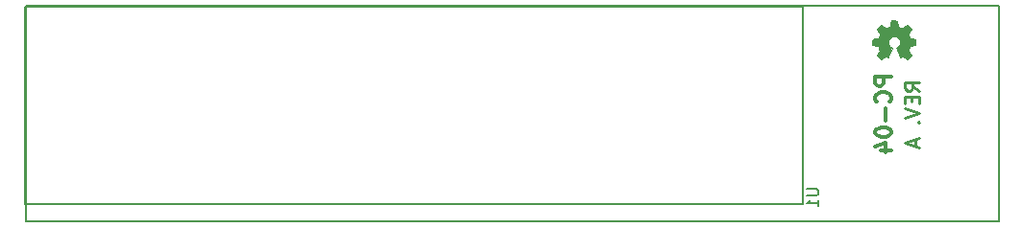
<source format=gbo>
G04 #@! TF.FileFunction,Legend,Bot*
%FSLAX46Y46*%
G04 Gerber Fmt 4.6, Leading zero omitted, Abs format (unit mm)*
G04 Created by KiCad (PCBNEW (2016-05-03 BZR 6266)-product) date Wed Jul 13 21:03:11 2016*
%MOMM*%
%LPD*%
G01*
G04 APERTURE LIST*
%ADD10C,0.350000*%
%ADD11C,0.254000*%
%ADD12C,0.304800*%
%ADD13C,0.150000*%
%ADD14C,0.002540*%
G04 APERTURE END LIST*
D10*
D11*
X181549524Y-131928810D02*
X180944762Y-131505477D01*
X181549524Y-131203096D02*
X180279524Y-131203096D01*
X180279524Y-131686905D01*
X180340000Y-131807858D01*
X180400476Y-131868334D01*
X180521429Y-131928810D01*
X180702857Y-131928810D01*
X180823810Y-131868334D01*
X180884286Y-131807858D01*
X180944762Y-131686905D01*
X180944762Y-131203096D01*
X180884286Y-132473096D02*
X180884286Y-132896429D01*
X181549524Y-133077858D02*
X181549524Y-132473096D01*
X180279524Y-132473096D01*
X180279524Y-133077858D01*
X180279524Y-133440715D02*
X181549524Y-133864049D01*
X180279524Y-134287382D01*
X181428571Y-134710715D02*
X181489048Y-134771191D01*
X181549524Y-134710715D01*
X181489048Y-134650239D01*
X181428571Y-134710715D01*
X181549524Y-134710715D01*
X181186667Y-136222620D02*
X181186667Y-136827382D01*
X181549524Y-136101667D02*
X180279524Y-136525001D01*
X181549524Y-136948334D01*
D12*
X179066976Y-130725334D02*
X177669976Y-130725334D01*
X177669976Y-131257525D01*
X177736500Y-131390572D01*
X177803024Y-131457096D01*
X177936071Y-131523620D01*
X178135643Y-131523620D01*
X178268690Y-131457096D01*
X178335214Y-131390572D01*
X178401738Y-131257525D01*
X178401738Y-130725334D01*
X178933929Y-132920620D02*
X179000452Y-132854096D01*
X179066976Y-132654525D01*
X179066976Y-132521477D01*
X179000452Y-132321905D01*
X178867405Y-132188858D01*
X178734357Y-132122334D01*
X178468262Y-132055810D01*
X178268690Y-132055810D01*
X178002595Y-132122334D01*
X177869548Y-132188858D01*
X177736500Y-132321905D01*
X177669976Y-132521477D01*
X177669976Y-132654525D01*
X177736500Y-132854096D01*
X177803024Y-132920620D01*
X178534786Y-133519334D02*
X178534786Y-134583715D01*
X177669976Y-135515048D02*
X177669976Y-135648096D01*
X177736500Y-135781144D01*
X177803024Y-135847667D01*
X177936071Y-135914191D01*
X178202167Y-135980715D01*
X178534786Y-135980715D01*
X178800881Y-135914191D01*
X178933929Y-135847667D01*
X179000452Y-135781144D01*
X179066976Y-135648096D01*
X179066976Y-135515048D01*
X179000452Y-135382001D01*
X178933929Y-135315477D01*
X178800881Y-135248953D01*
X178534786Y-135182429D01*
X178202167Y-135182429D01*
X177936071Y-135248953D01*
X177803024Y-135315477D01*
X177736500Y-135382001D01*
X177669976Y-135515048D01*
X178135643Y-137178143D02*
X179066976Y-137178143D01*
X177603452Y-136845524D02*
X178601310Y-136512905D01*
X178601310Y-137377715D01*
D13*
X102870000Y-143510000D02*
X102870000Y-124460000D01*
X188595000Y-124460000D02*
X188595000Y-143510000D01*
X102870000Y-124460000D02*
X188595000Y-124460000D01*
X188595000Y-143510000D02*
X102870000Y-143510000D01*
X102815000Y-141973000D02*
X102815000Y-124473000D01*
X171315000Y-141973000D02*
X102815000Y-141973000D01*
X171315000Y-124473000D02*
X102815000Y-124473000D01*
X171315000Y-141973000D02*
X171315000Y-124473000D01*
D14*
G36*
X180477160Y-129153920D02*
X180456840Y-129143760D01*
X180413660Y-129115820D01*
X180350160Y-129072640D01*
X180273960Y-129024380D01*
X180200300Y-128971040D01*
X180136800Y-128930400D01*
X180093620Y-128902460D01*
X180075840Y-128892300D01*
X180065680Y-128897380D01*
X180030120Y-128912620D01*
X179976780Y-128940560D01*
X179948840Y-128955800D01*
X179900580Y-128976120D01*
X179875180Y-128981200D01*
X179872640Y-128973580D01*
X179854860Y-128938020D01*
X179826920Y-128874520D01*
X179791360Y-128793240D01*
X179750720Y-128696720D01*
X179705000Y-128592580D01*
X179661820Y-128485900D01*
X179618640Y-128384300D01*
X179583080Y-128292860D01*
X179552600Y-128219200D01*
X179532280Y-128168400D01*
X179524660Y-128145540D01*
X179527200Y-128140460D01*
X179552600Y-128117600D01*
X179593240Y-128087120D01*
X179682140Y-128013460D01*
X179773580Y-127901700D01*
X179826920Y-127774700D01*
X179844700Y-127635000D01*
X179829460Y-127508000D01*
X179778660Y-127381000D01*
X179692300Y-127269240D01*
X179585620Y-127185420D01*
X179461160Y-127134620D01*
X179324000Y-127116840D01*
X179191920Y-127132080D01*
X179064920Y-127182880D01*
X178953160Y-127266700D01*
X178904900Y-127322580D01*
X178838860Y-127436880D01*
X178803300Y-127558800D01*
X178798220Y-127589280D01*
X178803300Y-127721360D01*
X178843940Y-127848360D01*
X178915060Y-127962660D01*
X179011580Y-128056640D01*
X179024280Y-128066800D01*
X179070000Y-128099820D01*
X179100480Y-128125220D01*
X179123340Y-128143000D01*
X178953160Y-128554480D01*
X178925220Y-128617980D01*
X178879500Y-128729740D01*
X178838860Y-128826260D01*
X178805840Y-128905000D01*
X178782980Y-128955800D01*
X178772820Y-128976120D01*
X178772820Y-128978660D01*
X178757580Y-128981200D01*
X178724560Y-128968500D01*
X178668680Y-128940560D01*
X178630580Y-128922780D01*
X178587400Y-128899920D01*
X178567080Y-128892300D01*
X178551840Y-128902460D01*
X178508660Y-128927860D01*
X178447700Y-128968500D01*
X178374040Y-129019300D01*
X178305460Y-129067560D01*
X178239420Y-129110740D01*
X178193700Y-129138680D01*
X178170840Y-129151380D01*
X178168300Y-129151380D01*
X178147980Y-129141220D01*
X178109880Y-129110740D01*
X178054000Y-129057400D01*
X177975260Y-128978660D01*
X177962560Y-128965960D01*
X177899060Y-128899920D01*
X177845720Y-128844040D01*
X177810160Y-128805940D01*
X177797460Y-128788160D01*
X177797460Y-128788160D01*
X177810160Y-128765300D01*
X177838100Y-128719580D01*
X177881280Y-128653540D01*
X177932080Y-128577340D01*
X178069240Y-128379220D01*
X177995580Y-128193800D01*
X177972720Y-128137920D01*
X177942240Y-128066800D01*
X177921920Y-128018540D01*
X177909220Y-127995680D01*
X177888900Y-127990600D01*
X177838100Y-127977900D01*
X177764440Y-127962660D01*
X177675540Y-127944880D01*
X177591720Y-127929640D01*
X177515520Y-127916940D01*
X177462180Y-127904240D01*
X177436780Y-127899160D01*
X177431700Y-127896620D01*
X177426620Y-127883920D01*
X177424080Y-127858520D01*
X177421540Y-127812800D01*
X177421540Y-127741680D01*
X177421540Y-127635000D01*
X177421540Y-127627380D01*
X177421540Y-127525780D01*
X177424080Y-127447040D01*
X177426620Y-127393700D01*
X177429160Y-127373380D01*
X177429160Y-127373380D01*
X177452020Y-127365760D01*
X177507900Y-127355600D01*
X177581560Y-127340360D01*
X177673000Y-127322580D01*
X177678080Y-127322580D01*
X177769520Y-127304800D01*
X177843180Y-127289560D01*
X177896520Y-127276860D01*
X177919380Y-127269240D01*
X177924460Y-127264160D01*
X177942240Y-127228600D01*
X177967640Y-127172720D01*
X177998120Y-127104140D01*
X178026060Y-127033020D01*
X178054000Y-126969520D01*
X178069240Y-126923800D01*
X178074320Y-126900940D01*
X178074320Y-126900940D01*
X178061620Y-126878080D01*
X178031140Y-126832360D01*
X177985420Y-126766320D01*
X177934620Y-126690120D01*
X177929540Y-126685040D01*
X177878740Y-126608840D01*
X177835560Y-126545340D01*
X177807620Y-126499620D01*
X177797460Y-126476760D01*
X177797460Y-126476760D01*
X177815240Y-126453900D01*
X177853340Y-126410720D01*
X177909220Y-126352300D01*
X177975260Y-126286260D01*
X177998120Y-126263400D01*
X178071780Y-126192280D01*
X178122580Y-126144020D01*
X178155600Y-126118620D01*
X178170840Y-126113540D01*
X178170840Y-126113540D01*
X178193700Y-126128780D01*
X178241960Y-126159260D01*
X178308000Y-126204980D01*
X178384200Y-126255780D01*
X178389280Y-126260860D01*
X178465480Y-126311660D01*
X178528980Y-126354840D01*
X178574700Y-126385320D01*
X178595020Y-126395480D01*
X178597560Y-126395480D01*
X178628040Y-126387860D01*
X178681380Y-126367540D01*
X178749960Y-126342140D01*
X178818540Y-126314200D01*
X178884580Y-126286260D01*
X178932840Y-126265940D01*
X178953160Y-126253240D01*
X178955700Y-126250700D01*
X178963320Y-126222760D01*
X178976020Y-126166880D01*
X178991260Y-126088140D01*
X179009040Y-125994160D01*
X179011580Y-125981460D01*
X179029360Y-125890020D01*
X179044600Y-125813820D01*
X179054760Y-125763020D01*
X179059840Y-125742700D01*
X179072540Y-125737620D01*
X179118260Y-125735080D01*
X179184300Y-125732540D01*
X179268120Y-125732540D01*
X179351940Y-125732540D01*
X179435760Y-125735080D01*
X179506880Y-125737620D01*
X179560220Y-125740160D01*
X179580540Y-125745240D01*
X179580540Y-125745240D01*
X179590700Y-125775720D01*
X179600860Y-125831600D01*
X179618640Y-125910340D01*
X179636420Y-126004320D01*
X179638960Y-126019560D01*
X179656740Y-126111000D01*
X179671980Y-126184660D01*
X179682140Y-126235460D01*
X179687220Y-126255780D01*
X179697380Y-126260860D01*
X179732940Y-126276100D01*
X179793900Y-126301500D01*
X179870100Y-126331980D01*
X180045360Y-126403100D01*
X180258720Y-126255780D01*
X180276500Y-126243080D01*
X180355240Y-126192280D01*
X180418740Y-126149100D01*
X180461920Y-126121160D01*
X180479700Y-126111000D01*
X180482240Y-126111000D01*
X180502560Y-126128780D01*
X180545740Y-126169420D01*
X180601620Y-126225300D01*
X180670200Y-126293880D01*
X180721000Y-126342140D01*
X180779420Y-126403100D01*
X180814980Y-126443740D01*
X180835300Y-126469140D01*
X180842920Y-126484380D01*
X180842920Y-126494540D01*
X180827680Y-126517400D01*
X180797200Y-126563120D01*
X180751480Y-126629160D01*
X180700680Y-126705360D01*
X180657500Y-126766320D01*
X180611780Y-126839980D01*
X180581300Y-126890780D01*
X180571140Y-126916180D01*
X180573680Y-126926340D01*
X180588920Y-126966980D01*
X180614320Y-127030480D01*
X180644800Y-127106680D01*
X180721000Y-127276860D01*
X180830220Y-127297180D01*
X180898800Y-127309880D01*
X180992780Y-127327660D01*
X181081680Y-127345440D01*
X181223920Y-127373380D01*
X181229000Y-127886460D01*
X181206140Y-127896620D01*
X181185820Y-127901700D01*
X181132480Y-127914400D01*
X181058820Y-127929640D01*
X180972460Y-127944880D01*
X180896260Y-127960120D01*
X180822600Y-127972820D01*
X180766720Y-127982980D01*
X180743860Y-127988060D01*
X180736240Y-127995680D01*
X180718460Y-128033780D01*
X180693060Y-128092200D01*
X180662580Y-128160780D01*
X180632100Y-128234440D01*
X180604160Y-128300480D01*
X180586380Y-128351280D01*
X180578760Y-128376680D01*
X180591460Y-128397000D01*
X180619400Y-128440180D01*
X180660040Y-128503680D01*
X180710840Y-128579880D01*
X180761640Y-128653540D01*
X180804820Y-128717040D01*
X180835300Y-128762760D01*
X180848000Y-128785620D01*
X180842920Y-128798320D01*
X180812440Y-128833880D01*
X180756560Y-128894840D01*
X180672740Y-128976120D01*
X180657500Y-128988820D01*
X180591460Y-129054860D01*
X180535580Y-129105660D01*
X180494940Y-129141220D01*
X180477160Y-129153920D01*
X180477160Y-129153920D01*
G37*
X180477160Y-129153920D02*
X180456840Y-129143760D01*
X180413660Y-129115820D01*
X180350160Y-129072640D01*
X180273960Y-129024380D01*
X180200300Y-128971040D01*
X180136800Y-128930400D01*
X180093620Y-128902460D01*
X180075840Y-128892300D01*
X180065680Y-128897380D01*
X180030120Y-128912620D01*
X179976780Y-128940560D01*
X179948840Y-128955800D01*
X179900580Y-128976120D01*
X179875180Y-128981200D01*
X179872640Y-128973580D01*
X179854860Y-128938020D01*
X179826920Y-128874520D01*
X179791360Y-128793240D01*
X179750720Y-128696720D01*
X179705000Y-128592580D01*
X179661820Y-128485900D01*
X179618640Y-128384300D01*
X179583080Y-128292860D01*
X179552600Y-128219200D01*
X179532280Y-128168400D01*
X179524660Y-128145540D01*
X179527200Y-128140460D01*
X179552600Y-128117600D01*
X179593240Y-128087120D01*
X179682140Y-128013460D01*
X179773580Y-127901700D01*
X179826920Y-127774700D01*
X179844700Y-127635000D01*
X179829460Y-127508000D01*
X179778660Y-127381000D01*
X179692300Y-127269240D01*
X179585620Y-127185420D01*
X179461160Y-127134620D01*
X179324000Y-127116840D01*
X179191920Y-127132080D01*
X179064920Y-127182880D01*
X178953160Y-127266700D01*
X178904900Y-127322580D01*
X178838860Y-127436880D01*
X178803300Y-127558800D01*
X178798220Y-127589280D01*
X178803300Y-127721360D01*
X178843940Y-127848360D01*
X178915060Y-127962660D01*
X179011580Y-128056640D01*
X179024280Y-128066800D01*
X179070000Y-128099820D01*
X179100480Y-128125220D01*
X179123340Y-128143000D01*
X178953160Y-128554480D01*
X178925220Y-128617980D01*
X178879500Y-128729740D01*
X178838860Y-128826260D01*
X178805840Y-128905000D01*
X178782980Y-128955800D01*
X178772820Y-128976120D01*
X178772820Y-128978660D01*
X178757580Y-128981200D01*
X178724560Y-128968500D01*
X178668680Y-128940560D01*
X178630580Y-128922780D01*
X178587400Y-128899920D01*
X178567080Y-128892300D01*
X178551840Y-128902460D01*
X178508660Y-128927860D01*
X178447700Y-128968500D01*
X178374040Y-129019300D01*
X178305460Y-129067560D01*
X178239420Y-129110740D01*
X178193700Y-129138680D01*
X178170840Y-129151380D01*
X178168300Y-129151380D01*
X178147980Y-129141220D01*
X178109880Y-129110740D01*
X178054000Y-129057400D01*
X177975260Y-128978660D01*
X177962560Y-128965960D01*
X177899060Y-128899920D01*
X177845720Y-128844040D01*
X177810160Y-128805940D01*
X177797460Y-128788160D01*
X177797460Y-128788160D01*
X177810160Y-128765300D01*
X177838100Y-128719580D01*
X177881280Y-128653540D01*
X177932080Y-128577340D01*
X178069240Y-128379220D01*
X177995580Y-128193800D01*
X177972720Y-128137920D01*
X177942240Y-128066800D01*
X177921920Y-128018540D01*
X177909220Y-127995680D01*
X177888900Y-127990600D01*
X177838100Y-127977900D01*
X177764440Y-127962660D01*
X177675540Y-127944880D01*
X177591720Y-127929640D01*
X177515520Y-127916940D01*
X177462180Y-127904240D01*
X177436780Y-127899160D01*
X177431700Y-127896620D01*
X177426620Y-127883920D01*
X177424080Y-127858520D01*
X177421540Y-127812800D01*
X177421540Y-127741680D01*
X177421540Y-127635000D01*
X177421540Y-127627380D01*
X177421540Y-127525780D01*
X177424080Y-127447040D01*
X177426620Y-127393700D01*
X177429160Y-127373380D01*
X177429160Y-127373380D01*
X177452020Y-127365760D01*
X177507900Y-127355600D01*
X177581560Y-127340360D01*
X177673000Y-127322580D01*
X177678080Y-127322580D01*
X177769520Y-127304800D01*
X177843180Y-127289560D01*
X177896520Y-127276860D01*
X177919380Y-127269240D01*
X177924460Y-127264160D01*
X177942240Y-127228600D01*
X177967640Y-127172720D01*
X177998120Y-127104140D01*
X178026060Y-127033020D01*
X178054000Y-126969520D01*
X178069240Y-126923800D01*
X178074320Y-126900940D01*
X178074320Y-126900940D01*
X178061620Y-126878080D01*
X178031140Y-126832360D01*
X177985420Y-126766320D01*
X177934620Y-126690120D01*
X177929540Y-126685040D01*
X177878740Y-126608840D01*
X177835560Y-126545340D01*
X177807620Y-126499620D01*
X177797460Y-126476760D01*
X177797460Y-126476760D01*
X177815240Y-126453900D01*
X177853340Y-126410720D01*
X177909220Y-126352300D01*
X177975260Y-126286260D01*
X177998120Y-126263400D01*
X178071780Y-126192280D01*
X178122580Y-126144020D01*
X178155600Y-126118620D01*
X178170840Y-126113540D01*
X178170840Y-126113540D01*
X178193700Y-126128780D01*
X178241960Y-126159260D01*
X178308000Y-126204980D01*
X178384200Y-126255780D01*
X178389280Y-126260860D01*
X178465480Y-126311660D01*
X178528980Y-126354840D01*
X178574700Y-126385320D01*
X178595020Y-126395480D01*
X178597560Y-126395480D01*
X178628040Y-126387860D01*
X178681380Y-126367540D01*
X178749960Y-126342140D01*
X178818540Y-126314200D01*
X178884580Y-126286260D01*
X178932840Y-126265940D01*
X178953160Y-126253240D01*
X178955700Y-126250700D01*
X178963320Y-126222760D01*
X178976020Y-126166880D01*
X178991260Y-126088140D01*
X179009040Y-125994160D01*
X179011580Y-125981460D01*
X179029360Y-125890020D01*
X179044600Y-125813820D01*
X179054760Y-125763020D01*
X179059840Y-125742700D01*
X179072540Y-125737620D01*
X179118260Y-125735080D01*
X179184300Y-125732540D01*
X179268120Y-125732540D01*
X179351940Y-125732540D01*
X179435760Y-125735080D01*
X179506880Y-125737620D01*
X179560220Y-125740160D01*
X179580540Y-125745240D01*
X179580540Y-125745240D01*
X179590700Y-125775720D01*
X179600860Y-125831600D01*
X179618640Y-125910340D01*
X179636420Y-126004320D01*
X179638960Y-126019560D01*
X179656740Y-126111000D01*
X179671980Y-126184660D01*
X179682140Y-126235460D01*
X179687220Y-126255780D01*
X179697380Y-126260860D01*
X179732940Y-126276100D01*
X179793900Y-126301500D01*
X179870100Y-126331980D01*
X180045360Y-126403100D01*
X180258720Y-126255780D01*
X180276500Y-126243080D01*
X180355240Y-126192280D01*
X180418740Y-126149100D01*
X180461920Y-126121160D01*
X180479700Y-126111000D01*
X180482240Y-126111000D01*
X180502560Y-126128780D01*
X180545740Y-126169420D01*
X180601620Y-126225300D01*
X180670200Y-126293880D01*
X180721000Y-126342140D01*
X180779420Y-126403100D01*
X180814980Y-126443740D01*
X180835300Y-126469140D01*
X180842920Y-126484380D01*
X180842920Y-126494540D01*
X180827680Y-126517400D01*
X180797200Y-126563120D01*
X180751480Y-126629160D01*
X180700680Y-126705360D01*
X180657500Y-126766320D01*
X180611780Y-126839980D01*
X180581300Y-126890780D01*
X180571140Y-126916180D01*
X180573680Y-126926340D01*
X180588920Y-126966980D01*
X180614320Y-127030480D01*
X180644800Y-127106680D01*
X180721000Y-127276860D01*
X180830220Y-127297180D01*
X180898800Y-127309880D01*
X180992780Y-127327660D01*
X181081680Y-127345440D01*
X181223920Y-127373380D01*
X181229000Y-127886460D01*
X181206140Y-127896620D01*
X181185820Y-127901700D01*
X181132480Y-127914400D01*
X181058820Y-127929640D01*
X180972460Y-127944880D01*
X180896260Y-127960120D01*
X180822600Y-127972820D01*
X180766720Y-127982980D01*
X180743860Y-127988060D01*
X180736240Y-127995680D01*
X180718460Y-128033780D01*
X180693060Y-128092200D01*
X180662580Y-128160780D01*
X180632100Y-128234440D01*
X180604160Y-128300480D01*
X180586380Y-128351280D01*
X180578760Y-128376680D01*
X180591460Y-128397000D01*
X180619400Y-128440180D01*
X180660040Y-128503680D01*
X180710840Y-128579880D01*
X180761640Y-128653540D01*
X180804820Y-128717040D01*
X180835300Y-128762760D01*
X180848000Y-128785620D01*
X180842920Y-128798320D01*
X180812440Y-128833880D01*
X180756560Y-128894840D01*
X180672740Y-128976120D01*
X180657500Y-128988820D01*
X180591460Y-129054860D01*
X180535580Y-129105660D01*
X180494940Y-129141220D01*
X180477160Y-129153920D01*
D13*
X171664381Y-140589095D02*
X172473905Y-140589095D01*
X172569143Y-140636714D01*
X172616762Y-140684333D01*
X172664381Y-140779571D01*
X172664381Y-140970048D01*
X172616762Y-141065286D01*
X172569143Y-141112905D01*
X172473905Y-141160524D01*
X171664381Y-141160524D01*
X172664381Y-142160524D02*
X172664381Y-141589095D01*
X172664381Y-141874809D02*
X171664381Y-141874809D01*
X171807238Y-141779571D01*
X171902476Y-141684333D01*
X171950095Y-141589095D01*
M02*

</source>
